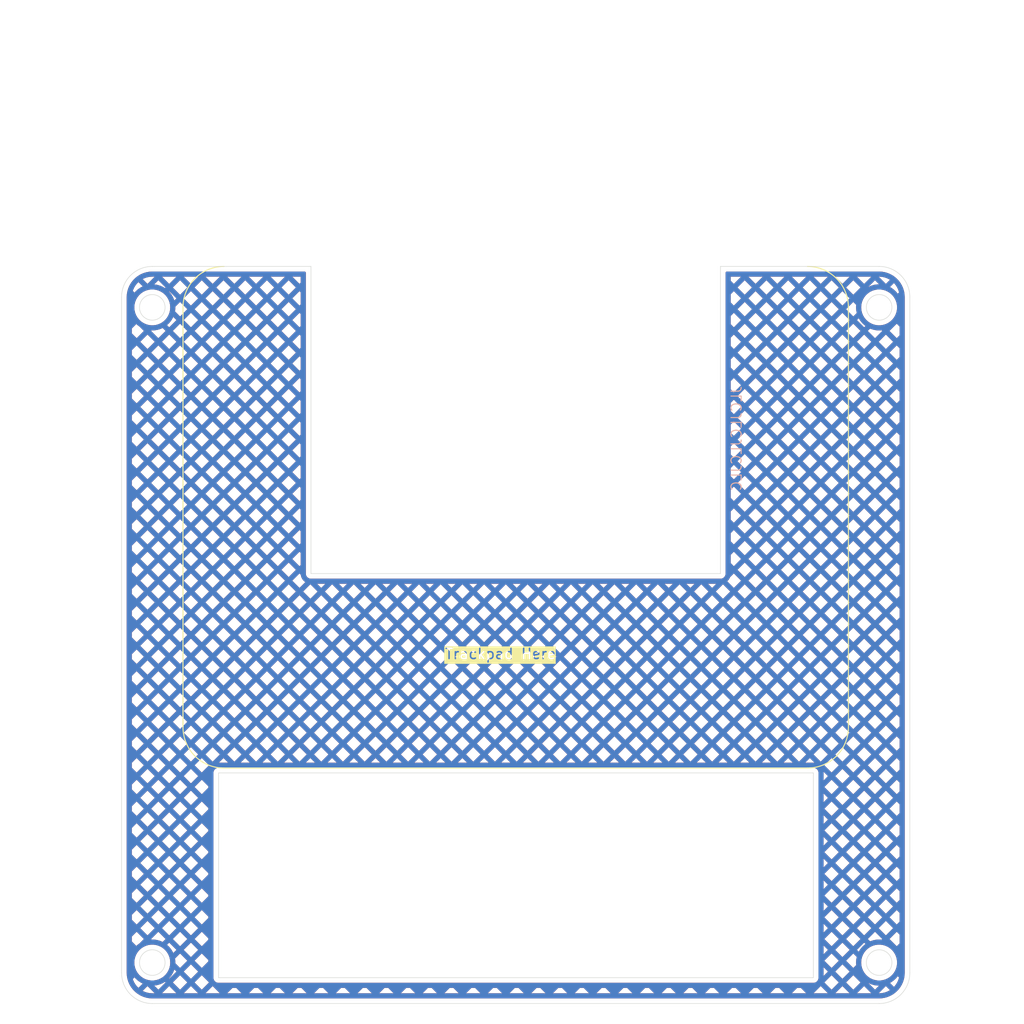
<source format=kicad_pcb>
(kicad_pcb (version 20240108) (generator "pcbnew") (generator_version "8.0")
  (layers (0 "F.Cu" signal) (31 "B.Cu" signal) (34 "B.Paste" user) (35 "F.Paste" user) (36 "B.SilkS" user "B.Silkscreen") (37 "F.SilkS" user "F.Silkscreen") (38 "B.Mask" user) (39 "F.Mask" user) (44 "Edge.Cuts" user))
  (net 0 "")
  (net 1 "GND")
  (gr_arc (start 115 121) (mid 113.828427 123.828427) (end 111 125) (stroke (width 0.1)) (layer "F.SilkS"))
  (gr_line (start 111 125) (end 53.999999 124.999999) (stroke (width 0.1)) (layer "F.SilkS"))
  (gr_arc (start 111 76) (mid 113.828427 77.171573) (end 115 80) (stroke (width 0.1)) (layer "F.SilkS"))
  (gr_arc (start 53.999999 124.999999) (mid 51.171573 123.828426) (end 50 121) (stroke (width 0.1)) (layer "F.SilkS"))
  (gr_arc (start 50 80) (mid 51.171573 77.171573) (end 54 76) (stroke (width 0.1)) (layer "F.SilkS"))
  (gr_line (start 50 121) (end 50 80) (stroke (width 0.1)) (layer "F.SilkS"))
  (gr_line (start 115 80) (end 115 121) (stroke (width 0.1)) (layer "F.SilkS"))
  (gr_arc (start 44 79) (mid 44.87868 76.87868) (end 47 76) (stroke (width 0.05)) (layer "Edge.Cuts"))
  (gr_arc (start 121 145) (mid 120.12132 147.12132) (end 118 148) (stroke (width 0.05)) (layer "Edge.Cuts"))
  (gr_line (start 44 145) (end 44 79) (stroke (width 0.05)) (layer "Edge.Cuts"))
  (gr_line (start 118 76) (end 102.5 76) (stroke (width 0.05)) (layer "Edge.Cuts"))
  (gr_line (start 111.575 125.475) (end 53.475 125.475) (stroke (width 0.05)) (layer "Edge.Cuts"))
  (gr_line (start 53.475 125.475) (end 53.475 145.475) (stroke (width 0.05)) (layer "Edge.Cuts"))
  (gr_line (start 121 79) (end 121 145) (stroke (width 0.05)) (layer "Edge.Cuts"))
  (gr_line (start 102.5 106) (end 62.5 106) (stroke (width 0.05)) (layer "Edge.Cuts"))
  (gr_circle (center 47 80) (end 45.75 80) (stroke (width 0.05)) (fill none) (layer "Edge.Cuts"))
  (gr_line (start 111.575 145.475) (end 53.475 145.475) (stroke (width 0.05)) (layer "Edge.Cuts"))
  (gr_line (start 102.5 76) (end 102.5 106) (stroke (width 0.05)) (layer "Edge.Cuts"))
  (gr_arc (start 47 148) (mid 44.87868 147.12132) (end 44 145) (stroke (width 0.05)) (layer "Edge.Cuts"))
  (gr_line (start 47 76) (end 62.5 76) (stroke (width 0.05)) (layer "Edge.Cuts"))
  (gr_arc (start 118 76) (mid 120.12132 76.87868) (end 121 79) (stroke (width 0.05)) (layer "Edge.Cuts"))
  (gr_circle (center 118 80) (end 118 78.75) (stroke (width 0.05)) (fill none) (layer "Edge.Cuts"))
  (gr_circle (center 118 144) (end 118 142.75) (stroke (width 0.05)) (fill none) (layer "Edge.Cuts"))
  (gr_line (start 111.575 145.475) (end 111.575 125.475) (stroke (width 0.05)) (layer "Edge.Cuts"))
  (gr_line (start 62.5 106) (end 62.5 76) (stroke (width 0.05)) (layer "Edge.Cuts"))
  (gr_circle (center 47 144) (end 45.75 144) (stroke (width 0.05)) (fill none) (layer "Edge.Cuts"))
  (gr_line (start 118 148) (end 47 148) (stroke (width 0.05)) (layer "Edge.Cuts"))
  (gr_text "JLCJLCJLCJLC" (at 104.65 87.6 90) (layer "B.SilkS") (effects (font (size 1 1) (thickness 0.1)) (justify left bottom mirror)))
  (gr_text "Trackpad Here" (at 75.51 114.43 0) (layer "F.SilkS" knockout) (effects (font (size 1 1)) (justify left bottom)))
  (zone (net 1) (net_name "GND") (layers "F&B.Cu") (connect_pads (clearance 0.5)) (min_thickness 0.25) (fill yes (mode hatch) (thermal_gap 0.5) (thermal_bridge_width 0.5) (hatch_thickness 0.5) (hatch_gap 1) (hatch_orientation 45) (hatch_border_algorithm hatch_thickness) (hatch_min_hole_area 0.3))
    (polygon (pts (xy 32.15 50) (xy 132.15 50) (xy 132.15 150) (xy 32.15 150)))
  )
)
</source>
